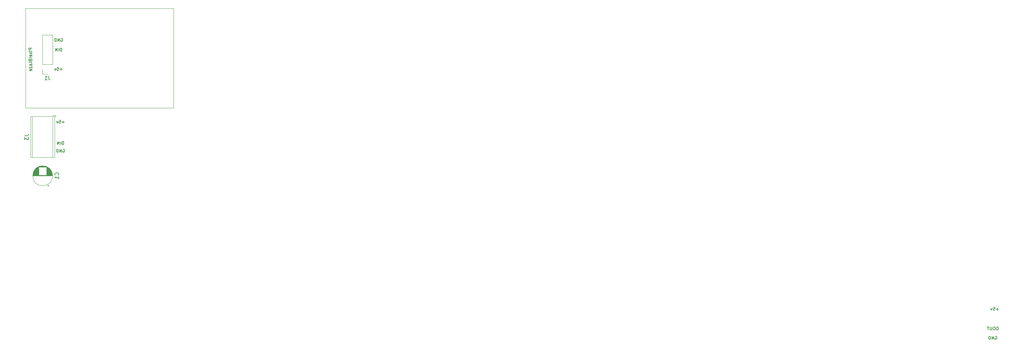
<source format=gbr>
G04 #@! TF.GenerationSoftware,KiCad,Pcbnew,(5.1.5-0-10_14)*
G04 #@! TF.CreationDate,2020-03-13T19:41:52-07:00*
G04 #@! TF.ProjectId,SpectrumAnayzerMini32Horz,53706563-7472-4756-9d41-6e61797a6572,rev?*
G04 #@! TF.SameCoordinates,Original*
G04 #@! TF.FileFunction,Legend,Bot*
G04 #@! TF.FilePolarity,Positive*
%FSLAX46Y46*%
G04 Gerber Fmt 4.6, Leading zero omitted, Abs format (unit mm)*
G04 Created by KiCad (PCBNEW (5.1.5-0-10_14)) date 2020-03-13 19:41:52*
%MOMM*%
%LPD*%
G04 APERTURE LIST*
%ADD10C,0.150000*%
%ADD11C,0.120000*%
G04 APERTURE END LIST*
D10*
X23221904Y-40900714D02*
X22421904Y-40900714D01*
X22421904Y-41205476D01*
X22460000Y-41281666D01*
X22498095Y-41319761D01*
X22574285Y-41357857D01*
X22688571Y-41357857D01*
X22764761Y-41319761D01*
X22802857Y-41281666D01*
X22840952Y-41205476D01*
X22840952Y-40900714D01*
X23221904Y-41700714D02*
X22688571Y-41700714D01*
X22421904Y-41700714D02*
X22460000Y-41662619D01*
X22498095Y-41700714D01*
X22460000Y-41738809D01*
X22421904Y-41700714D01*
X22498095Y-41700714D01*
X23221904Y-42005476D02*
X22688571Y-42424523D01*
X22688571Y-42005476D02*
X23221904Y-42424523D01*
X23183809Y-43034047D02*
X23221904Y-42957857D01*
X23221904Y-42805476D01*
X23183809Y-42729285D01*
X23107619Y-42691190D01*
X22802857Y-42691190D01*
X22726666Y-42729285D01*
X22688571Y-42805476D01*
X22688571Y-42957857D01*
X22726666Y-43034047D01*
X22802857Y-43072142D01*
X22879047Y-43072142D01*
X22955238Y-42691190D01*
X23221904Y-43529285D02*
X23183809Y-43453095D01*
X23107619Y-43415000D01*
X22421904Y-43415000D01*
X22802857Y-44100714D02*
X22840952Y-44215000D01*
X22879047Y-44253095D01*
X22955238Y-44291190D01*
X23069523Y-44291190D01*
X23145714Y-44253095D01*
X23183809Y-44215000D01*
X23221904Y-44138809D01*
X23221904Y-43834047D01*
X22421904Y-43834047D01*
X22421904Y-44100714D01*
X22460000Y-44176904D01*
X22498095Y-44215000D01*
X22574285Y-44253095D01*
X22650476Y-44253095D01*
X22726666Y-44215000D01*
X22764761Y-44176904D01*
X22802857Y-44100714D01*
X22802857Y-43834047D01*
X23221904Y-44748333D02*
X23183809Y-44672142D01*
X23107619Y-44634047D01*
X22421904Y-44634047D01*
X23221904Y-45395952D02*
X22802857Y-45395952D01*
X22726666Y-45357857D01*
X22688571Y-45281666D01*
X22688571Y-45129285D01*
X22726666Y-45053095D01*
X23183809Y-45395952D02*
X23221904Y-45319761D01*
X23221904Y-45129285D01*
X23183809Y-45053095D01*
X23107619Y-45015000D01*
X23031428Y-45015000D01*
X22955238Y-45053095D01*
X22917142Y-45129285D01*
X22917142Y-45319761D01*
X22879047Y-45395952D01*
X22688571Y-45700714D02*
X22688571Y-46119761D01*
X23221904Y-45700714D01*
X23221904Y-46119761D01*
X23183809Y-46729285D02*
X23221904Y-46653095D01*
X23221904Y-46500714D01*
X23183809Y-46424523D01*
X23107619Y-46386428D01*
X22802857Y-46386428D01*
X22726666Y-46424523D01*
X22688571Y-46500714D01*
X22688571Y-46653095D01*
X22726666Y-46729285D01*
X22802857Y-46767380D01*
X22879047Y-46767380D01*
X22955238Y-46386428D01*
D11*
X60325000Y-56515000D02*
X60325000Y-30480000D01*
X60325000Y-30480000D02*
X21590000Y-30480000D01*
X21590000Y-56515000D02*
X21590000Y-30480000D01*
X21590000Y-56515000D02*
X60325000Y-56515000D01*
D10*
X276370880Y-114725404D02*
X276370880Y-113925404D01*
X276180404Y-113925404D01*
X276066119Y-113963500D01*
X275989928Y-114039690D01*
X275951833Y-114115880D01*
X275913738Y-114268261D01*
X275913738Y-114382547D01*
X275951833Y-114534928D01*
X275989928Y-114611119D01*
X276066119Y-114687309D01*
X276180404Y-114725404D01*
X276370880Y-114725404D01*
X275418500Y-113925404D02*
X275266119Y-113925404D01*
X275189928Y-113963500D01*
X275113738Y-114039690D01*
X275075642Y-114192071D01*
X275075642Y-114458738D01*
X275113738Y-114611119D01*
X275189928Y-114687309D01*
X275266119Y-114725404D01*
X275418500Y-114725404D01*
X275494690Y-114687309D01*
X275570880Y-114611119D01*
X275608976Y-114458738D01*
X275608976Y-114192071D01*
X275570880Y-114039690D01*
X275494690Y-113963500D01*
X275418500Y-113925404D01*
X274732785Y-113925404D02*
X274732785Y-114573023D01*
X274694690Y-114649214D01*
X274656595Y-114687309D01*
X274580404Y-114725404D01*
X274428023Y-114725404D01*
X274351833Y-114687309D01*
X274313738Y-114649214D01*
X274275642Y-114573023D01*
X274275642Y-113925404D01*
X274008976Y-113925404D02*
X273551833Y-113925404D01*
X273780404Y-114725404D02*
X273780404Y-113925404D01*
X275628023Y-116440000D02*
X275704214Y-116401904D01*
X275818500Y-116401904D01*
X275932785Y-116440000D01*
X276008976Y-116516190D01*
X276047071Y-116592380D01*
X276085166Y-116744761D01*
X276085166Y-116859047D01*
X276047071Y-117011428D01*
X276008976Y-117087619D01*
X275932785Y-117163809D01*
X275818500Y-117201904D01*
X275742309Y-117201904D01*
X275628023Y-117163809D01*
X275589928Y-117125714D01*
X275589928Y-116859047D01*
X275742309Y-116859047D01*
X275247071Y-117201904D02*
X275247071Y-116401904D01*
X274789928Y-117201904D01*
X274789928Y-116401904D01*
X274408976Y-117201904D02*
X274408976Y-116401904D01*
X274218500Y-116401904D01*
X274104214Y-116440000D01*
X274028023Y-116516190D01*
X273989928Y-116592380D01*
X273951833Y-116744761D01*
X273951833Y-116859047D01*
X273989928Y-117011428D01*
X274028023Y-117087619D01*
X274104214Y-117163809D01*
X274218500Y-117201904D01*
X274408976Y-117201904D01*
X276516976Y-109277142D02*
X275907452Y-109277142D01*
X276212214Y-109581904D02*
X276212214Y-108972380D01*
X275145547Y-108781904D02*
X275526500Y-108781904D01*
X275564595Y-109162857D01*
X275526500Y-109124761D01*
X275450309Y-109086666D01*
X275259833Y-109086666D01*
X275183642Y-109124761D01*
X275145547Y-109162857D01*
X275107452Y-109239047D01*
X275107452Y-109429523D01*
X275145547Y-109505714D01*
X275183642Y-109543809D01*
X275259833Y-109581904D01*
X275450309Y-109581904D01*
X275526500Y-109543809D01*
X275564595Y-109505714D01*
X274840785Y-109048571D02*
X274650309Y-109581904D01*
X274459833Y-109048571D01*
X30835523Y-38335000D02*
X30911714Y-38296904D01*
X31026000Y-38296904D01*
X31140285Y-38335000D01*
X31216476Y-38411190D01*
X31254571Y-38487380D01*
X31292666Y-38639761D01*
X31292666Y-38754047D01*
X31254571Y-38906428D01*
X31216476Y-38982619D01*
X31140285Y-39058809D01*
X31026000Y-39096904D01*
X30949809Y-39096904D01*
X30835523Y-39058809D01*
X30797428Y-39020714D01*
X30797428Y-38754047D01*
X30949809Y-38754047D01*
X30454571Y-39096904D02*
X30454571Y-38296904D01*
X29997428Y-39096904D01*
X29997428Y-38296904D01*
X29616476Y-39096904D02*
X29616476Y-38296904D01*
X29426000Y-38296904D01*
X29311714Y-38335000D01*
X29235523Y-38411190D01*
X29197428Y-38487380D01*
X29159333Y-38639761D01*
X29159333Y-38754047D01*
X29197428Y-38906428D01*
X29235523Y-38982619D01*
X29311714Y-39058809D01*
X29426000Y-39096904D01*
X29616476Y-39096904D01*
X31216476Y-46412142D02*
X30606952Y-46412142D01*
X30911714Y-46716904D02*
X30911714Y-46107380D01*
X29845047Y-45916904D02*
X30226000Y-45916904D01*
X30264095Y-46297857D01*
X30226000Y-46259761D01*
X30149809Y-46221666D01*
X29959333Y-46221666D01*
X29883142Y-46259761D01*
X29845047Y-46297857D01*
X29806952Y-46374047D01*
X29806952Y-46564523D01*
X29845047Y-46640714D01*
X29883142Y-46678809D01*
X29959333Y-46716904D01*
X30149809Y-46716904D01*
X30226000Y-46678809D01*
X30264095Y-46640714D01*
X29540285Y-46183571D02*
X29349809Y-46716904D01*
X29159333Y-46183571D01*
X31343523Y-67418000D02*
X31419714Y-67379904D01*
X31534000Y-67379904D01*
X31648285Y-67418000D01*
X31724476Y-67494190D01*
X31762571Y-67570380D01*
X31800666Y-67722761D01*
X31800666Y-67837047D01*
X31762571Y-67989428D01*
X31724476Y-68065619D01*
X31648285Y-68141809D01*
X31534000Y-68179904D01*
X31457809Y-68179904D01*
X31343523Y-68141809D01*
X31305428Y-68103714D01*
X31305428Y-67837047D01*
X31457809Y-67837047D01*
X30962571Y-68179904D02*
X30962571Y-67379904D01*
X30505428Y-68179904D01*
X30505428Y-67379904D01*
X30124476Y-68179904D02*
X30124476Y-67379904D01*
X29934000Y-67379904D01*
X29819714Y-67418000D01*
X29743523Y-67494190D01*
X29705428Y-67570380D01*
X29667333Y-67722761D01*
X29667333Y-67837047D01*
X29705428Y-67989428D01*
X29743523Y-68065619D01*
X29819714Y-68141809D01*
X29934000Y-68179904D01*
X30124476Y-68179904D01*
X31724476Y-60255142D02*
X31114952Y-60255142D01*
X31419714Y-60559904D02*
X31419714Y-59950380D01*
X30353047Y-59759904D02*
X30734000Y-59759904D01*
X30772095Y-60140857D01*
X30734000Y-60102761D01*
X30657809Y-60064666D01*
X30467333Y-60064666D01*
X30391142Y-60102761D01*
X30353047Y-60140857D01*
X30314952Y-60217047D01*
X30314952Y-60407523D01*
X30353047Y-60483714D01*
X30391142Y-60521809D01*
X30467333Y-60559904D01*
X30657809Y-60559904D01*
X30734000Y-60521809D01*
X30772095Y-60483714D01*
X30048285Y-60026571D02*
X29857809Y-60559904D01*
X29667333Y-60026571D01*
X31045047Y-41636904D02*
X31045047Y-40836904D01*
X30854571Y-40836904D01*
X30740285Y-40875000D01*
X30664095Y-40951190D01*
X30626000Y-41027380D01*
X30587904Y-41179761D01*
X30587904Y-41294047D01*
X30626000Y-41446428D01*
X30664095Y-41522619D01*
X30740285Y-41598809D01*
X30854571Y-41636904D01*
X31045047Y-41636904D01*
X30245047Y-41636904D02*
X30245047Y-40836904D01*
X29864095Y-41636904D02*
X29864095Y-40836904D01*
X29406952Y-41636904D01*
X29406952Y-40836904D01*
X31553047Y-66147904D02*
X31553047Y-65347904D01*
X31362571Y-65347904D01*
X31248285Y-65386000D01*
X31172095Y-65462190D01*
X31134000Y-65538380D01*
X31095904Y-65690761D01*
X31095904Y-65805047D01*
X31134000Y-65957428D01*
X31172095Y-66033619D01*
X31248285Y-66109809D01*
X31362571Y-66147904D01*
X31553047Y-66147904D01*
X30753047Y-66147904D02*
X30753047Y-65347904D01*
X30372095Y-66147904D02*
X30372095Y-65347904D01*
X29914952Y-66147904D01*
X29914952Y-65347904D01*
D11*
X29435000Y-58525000D02*
X29435000Y-59025000D01*
X28695000Y-58525000D02*
X29435000Y-58525000D01*
X22875000Y-69505000D02*
X29195000Y-69505000D01*
X22875000Y-58765000D02*
X29195000Y-58765000D01*
X29195000Y-58765000D02*
X29195000Y-69505000D01*
X22875000Y-58765000D02*
X22875000Y-69505000D01*
X23335000Y-58765000D02*
X23335000Y-69505000D01*
X28635000Y-58765000D02*
X28635000Y-69505000D01*
X25975000Y-47685000D02*
X27305000Y-47685000D01*
X25975000Y-46355000D02*
X25975000Y-47685000D01*
X25975000Y-45085000D02*
X28635000Y-45085000D01*
X28635000Y-45085000D02*
X28635000Y-37405000D01*
X25975000Y-45085000D02*
X25975000Y-37405000D01*
X25975000Y-37405000D02*
X28635000Y-37405000D01*
X27760000Y-76869775D02*
X27260000Y-76869775D01*
X27510000Y-77119775D02*
X27510000Y-76619775D01*
X26319000Y-71714000D02*
X25751000Y-71714000D01*
X26553000Y-71754000D02*
X25517000Y-71754000D01*
X26712000Y-71794000D02*
X25358000Y-71794000D01*
X26840000Y-71834000D02*
X25230000Y-71834000D01*
X26950000Y-71874000D02*
X25120000Y-71874000D01*
X27046000Y-71914000D02*
X25024000Y-71914000D01*
X27133000Y-71954000D02*
X24937000Y-71954000D01*
X27213000Y-71994000D02*
X24857000Y-71994000D01*
X24995000Y-72034000D02*
X24784000Y-72034000D01*
X27286000Y-72034000D02*
X27075000Y-72034000D01*
X24995000Y-72074000D02*
X24716000Y-72074000D01*
X27354000Y-72074000D02*
X27075000Y-72074000D01*
X24995000Y-72114000D02*
X24652000Y-72114000D01*
X27418000Y-72114000D02*
X27075000Y-72114000D01*
X24995000Y-72154000D02*
X24592000Y-72154000D01*
X27478000Y-72154000D02*
X27075000Y-72154000D01*
X24995000Y-72194000D02*
X24535000Y-72194000D01*
X27535000Y-72194000D02*
X27075000Y-72194000D01*
X24995000Y-72234000D02*
X24481000Y-72234000D01*
X27589000Y-72234000D02*
X27075000Y-72234000D01*
X24995000Y-72274000D02*
X24430000Y-72274000D01*
X27640000Y-72274000D02*
X27075000Y-72274000D01*
X24995000Y-72314000D02*
X24382000Y-72314000D01*
X27688000Y-72314000D02*
X27075000Y-72314000D01*
X24995000Y-72354000D02*
X24336000Y-72354000D01*
X27734000Y-72354000D02*
X27075000Y-72354000D01*
X24995000Y-72394000D02*
X24292000Y-72394000D01*
X27778000Y-72394000D02*
X27075000Y-72394000D01*
X24995000Y-72434000D02*
X24250000Y-72434000D01*
X27820000Y-72434000D02*
X27075000Y-72434000D01*
X24995000Y-72474000D02*
X24209000Y-72474000D01*
X27861000Y-72474000D02*
X27075000Y-72474000D01*
X24995000Y-72514000D02*
X24171000Y-72514000D01*
X27899000Y-72514000D02*
X27075000Y-72514000D01*
X24995000Y-72554000D02*
X24134000Y-72554000D01*
X27936000Y-72554000D02*
X27075000Y-72554000D01*
X24995000Y-72594000D02*
X24098000Y-72594000D01*
X27972000Y-72594000D02*
X27075000Y-72594000D01*
X24995000Y-72634000D02*
X24064000Y-72634000D01*
X28006000Y-72634000D02*
X27075000Y-72634000D01*
X24995000Y-72674000D02*
X24031000Y-72674000D01*
X28039000Y-72674000D02*
X27075000Y-72674000D01*
X24995000Y-72714000D02*
X24000000Y-72714000D01*
X28070000Y-72714000D02*
X27075000Y-72714000D01*
X24995000Y-72754000D02*
X23970000Y-72754000D01*
X28100000Y-72754000D02*
X27075000Y-72754000D01*
X24995000Y-72794000D02*
X23940000Y-72794000D01*
X28130000Y-72794000D02*
X27075000Y-72794000D01*
X24995000Y-72834000D02*
X23913000Y-72834000D01*
X28157000Y-72834000D02*
X27075000Y-72834000D01*
X24995000Y-72874000D02*
X23886000Y-72874000D01*
X28184000Y-72874000D02*
X27075000Y-72874000D01*
X24995000Y-72914000D02*
X23860000Y-72914000D01*
X28210000Y-72914000D02*
X27075000Y-72914000D01*
X24995000Y-72954000D02*
X23835000Y-72954000D01*
X28235000Y-72954000D02*
X27075000Y-72954000D01*
X24995000Y-72994000D02*
X23811000Y-72994000D01*
X28259000Y-72994000D02*
X27075000Y-72994000D01*
X24995000Y-73034000D02*
X23788000Y-73034000D01*
X28282000Y-73034000D02*
X27075000Y-73034000D01*
X24995000Y-73074000D02*
X23767000Y-73074000D01*
X28303000Y-73074000D02*
X27075000Y-73074000D01*
X24995000Y-73114000D02*
X23745000Y-73114000D01*
X28325000Y-73114000D02*
X27075000Y-73114000D01*
X24995000Y-73154000D02*
X23725000Y-73154000D01*
X28345000Y-73154000D02*
X27075000Y-73154000D01*
X24995000Y-73194000D02*
X23706000Y-73194000D01*
X28364000Y-73194000D02*
X27075000Y-73194000D01*
X24995000Y-73234000D02*
X23687000Y-73234000D01*
X28383000Y-73234000D02*
X27075000Y-73234000D01*
X24995000Y-73274000D02*
X23670000Y-73274000D01*
X28400000Y-73274000D02*
X27075000Y-73274000D01*
X24995000Y-73314000D02*
X23653000Y-73314000D01*
X28417000Y-73314000D02*
X27075000Y-73314000D01*
X24995000Y-73354000D02*
X23637000Y-73354000D01*
X28433000Y-73354000D02*
X27075000Y-73354000D01*
X24995000Y-73394000D02*
X23621000Y-73394000D01*
X28449000Y-73394000D02*
X27075000Y-73394000D01*
X24995000Y-73434000D02*
X23607000Y-73434000D01*
X28463000Y-73434000D02*
X27075000Y-73434000D01*
X24995000Y-73474000D02*
X23593000Y-73474000D01*
X28477000Y-73474000D02*
X27075000Y-73474000D01*
X24995000Y-73514000D02*
X23580000Y-73514000D01*
X28490000Y-73514000D02*
X27075000Y-73514000D01*
X24995000Y-73554000D02*
X23567000Y-73554000D01*
X28503000Y-73554000D02*
X27075000Y-73554000D01*
X24995000Y-73594000D02*
X23555000Y-73594000D01*
X28515000Y-73594000D02*
X27075000Y-73594000D01*
X24995000Y-73635000D02*
X23544000Y-73635000D01*
X28526000Y-73635000D02*
X27075000Y-73635000D01*
X24995000Y-73675000D02*
X23534000Y-73675000D01*
X28536000Y-73675000D02*
X27075000Y-73675000D01*
X24995000Y-73715000D02*
X23524000Y-73715000D01*
X28546000Y-73715000D02*
X27075000Y-73715000D01*
X24995000Y-73755000D02*
X23515000Y-73755000D01*
X28555000Y-73755000D02*
X27075000Y-73755000D01*
X24995000Y-73795000D02*
X23507000Y-73795000D01*
X28563000Y-73795000D02*
X27075000Y-73795000D01*
X24995000Y-73835000D02*
X23499000Y-73835000D01*
X28571000Y-73835000D02*
X27075000Y-73835000D01*
X24995000Y-73875000D02*
X23492000Y-73875000D01*
X28578000Y-73875000D02*
X27075000Y-73875000D01*
X24995000Y-73915000D02*
X23485000Y-73915000D01*
X28585000Y-73915000D02*
X27075000Y-73915000D01*
X24995000Y-73955000D02*
X23479000Y-73955000D01*
X28591000Y-73955000D02*
X27075000Y-73955000D01*
X24995000Y-73995000D02*
X23474000Y-73995000D01*
X28596000Y-73995000D02*
X27075000Y-73995000D01*
X24995000Y-74035000D02*
X23470000Y-74035000D01*
X28600000Y-74035000D02*
X27075000Y-74035000D01*
X24995000Y-74075000D02*
X23466000Y-74075000D01*
X28604000Y-74075000D02*
X27075000Y-74075000D01*
X28608000Y-74115000D02*
X23462000Y-74115000D01*
X28611000Y-74155000D02*
X23459000Y-74155000D01*
X28613000Y-74195000D02*
X23457000Y-74195000D01*
X28614000Y-74235000D02*
X23456000Y-74235000D01*
X28615000Y-74275000D02*
X23455000Y-74275000D01*
X28615000Y-74315000D02*
X23455000Y-74315000D01*
X28655000Y-74315000D02*
G75*
G03X28655000Y-74315000I-2620000J0D01*
G01*
D10*
X21327380Y-63801666D02*
X22041666Y-63801666D01*
X22184523Y-63754047D01*
X22279761Y-63658809D01*
X22327380Y-63515952D01*
X22327380Y-63420714D01*
X21327380Y-64182619D02*
X21327380Y-64801666D01*
X21708333Y-64468333D01*
X21708333Y-64611190D01*
X21755952Y-64706428D01*
X21803571Y-64754047D01*
X21898809Y-64801666D01*
X22136904Y-64801666D01*
X22232142Y-64754047D01*
X22279761Y-64706428D01*
X22327380Y-64611190D01*
X22327380Y-64325476D01*
X22279761Y-64230238D01*
X22232142Y-64182619D01*
X27638333Y-48137380D02*
X27638333Y-48851666D01*
X27685952Y-48994523D01*
X27781190Y-49089761D01*
X27924047Y-49137380D01*
X28019285Y-49137380D01*
X26638333Y-49137380D02*
X27209761Y-49137380D01*
X26924047Y-49137380D02*
X26924047Y-48137380D01*
X27019285Y-48280238D01*
X27114523Y-48375476D01*
X27209761Y-48423095D01*
X30142142Y-74148333D02*
X30189761Y-74100714D01*
X30237380Y-73957857D01*
X30237380Y-73862619D01*
X30189761Y-73719761D01*
X30094523Y-73624523D01*
X29999285Y-73576904D01*
X29808809Y-73529285D01*
X29665952Y-73529285D01*
X29475476Y-73576904D01*
X29380238Y-73624523D01*
X29285000Y-73719761D01*
X29237380Y-73862619D01*
X29237380Y-73957857D01*
X29285000Y-74100714D01*
X29332619Y-74148333D01*
X30237380Y-75100714D02*
X30237380Y-74529285D01*
X30237380Y-74815000D02*
X29237380Y-74815000D01*
X29380238Y-74719761D01*
X29475476Y-74624523D01*
X29523095Y-74529285D01*
M02*

</source>
